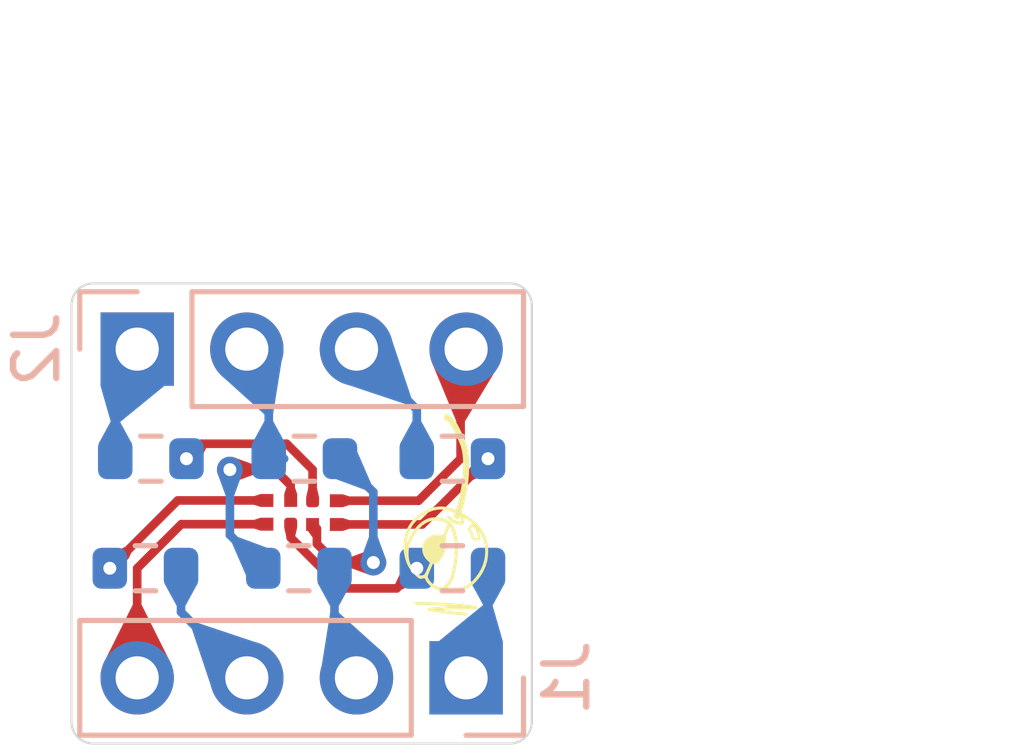
<source format=kicad_pcb>
(kicad_pcb (version 20221018) (generator pcbnew)
  (title_block (title "39D to DIP Breakout Board") (company "Kernelport") (comment 1 "B39D3RGB-F6C0001HOU1930") (comment 2 "LED RGB CHIP SMD"))
  (layers (0 "F.Cu" signal) (31 "B.Cu" signal) (34 "B.Paste" user) (35 "F.Paste" user) (36 "B.SilkS" user "B.Silkscreen") (37 "F.SilkS" user "F.Silkscreen") (38 "B.Mask" user) (39 "F.Mask" user) (44 "Edge.Cuts" user))
  (net 0 "")
  (net 1 "Net-(J1-Pin_1)")
  (net 2 "Net-(J1-Pin_2)")
  (net 3 "Net-(J1-Pin_3)")
  (net 4 "Net-(J2-Pin_1)")
  (net 5 "Net-(J2-Pin_2)")
  (net 6 "Net-(J2-Pin_3)")
  (net 7 "Net-(D1-RA)")
  (net 8 "Net-(D1-GA)")
  (net 9 "Net-(D1-BA)")
  (net 10 "/C1")
  (net 11 "Net-(D2-RA)")
  (net 12 "Net-(D2-GA)")
  (net 13 "Net-(D2-BA)")
  (net 14 "/C2")
  (footprint "Kernelport:B39D3RGB-F6C0001HOU1930_HVK-mini" (layer "F.Cu") (at 121.179 97.262)
    (fp_text reference "D1" hide)
    (fp_text value "LED_RGBK_B39D3RGB-F6C0001HOU1930" hide)
    (pad "1" smd roundrect (at -0.275 -0.275) (size 0.3 0.3) (layers "F.Cu" "F.Paste" "F.Mask") (net 7 "Net-(D1-RA)"))
    (pad "2" smd rect (at -0.275 0.275) (size 0.3 0.3) (layers "F.Cu" "F.Paste" "F.Mask") (net 8 "Net-(D1-GA)"))
    (pad "3" smd rect (at 0.275 0.275) (size 0.3 0.3) (layers "F.Cu" "F.Paste" "F.Mask") (net 9 "Net-(D1-BA)"))
    (pad "4" smd rect (at 0.275 -0.275) (size 0.3 0.3) (layers "F.Cu" "F.Paste" "F.Mask") (net 10 "/C1"))
  )
  (footprint "LOGO" (layer "F.Cu") (at 123.952 97.282)
    (fp_text reference "G***" hide)
    (fp_text value "LOGO" hide)
    (fp_poly (pts (xy -0.418466 2.053677) (xy -0.233111 2.05809) (xy -0.058329 2.065135) (xy 0.10935 2.075062) (xy 0.273398 2.088122) (xy 0.437287 2.104568) (xy 0.604489 2.124648) (xy 0.654283 2.131213) (xy 0.770792 2.146865) (xy 0.767303 2.177822) (xy 0.764104 2.197884) (xy 0.760219 2.211463) (xy 0.758829 2.21377) (xy 0.750967 2.214768) (xy 0.73017 2.215828) (xy 0.697747 2.216921) (xy 0.655007 2.218019) (xy 0.603262 2.219093) (xy 0.543819 2.220115) (xy 0.47799 2.221057) (xy 0.407083 2.221891) (xy 0.363261 2.222322) (xy 0.290001 2.223062) (xy 0.22107 2.223897) (xy 0.157774 2.224804) (xy 0.101418 2.225755) (xy 0.053309 2.226725) (xy 0.014753 2.22769) (xy -0.012946 2.228624) (xy -0.028481 2.229501) (xy -0.031415 2.229986) (xy -0.026952 2.23304) (xy -0.010761 2.237516) (xy 0.014759 2.242994) (xy 0.047211 2.249059) (xy 0.084196 2.255292) (xy 0.123316 2.261278) (xy 0.162171 2.266597) (xy 0.198364 2.270835) (xy 0.210124 2.272) (xy 0.255984 2.276246) (xy 0.304436 2.280671) (xy 0.353321 2.285084) (xy 0.400479 2.289296) (xy 0.443751 2.293114) (xy 0.480978 2.296348) (xy 0.510002 2.298807) (xy 0.528661 2.300301) (xy 0.534609 2.300673) (xy 0.539369 2.30688) (xy 0.541088 2.322417) (xy 0.539577 2.342656) (xy 0.536846 2.355875) (xy 0.527101 2.367843) (xy 0.508945 2.372092) (xy 0.487914 2.368105) (xy 0.479102 2.366796) (xy 0.458113 2.364535) (xy 0.42697 2.361513) (xy 0.387697 2.357922) (xy 0.342316 2.353953) (xy 0.306282 2.350909) (xy 0.242202 2.344974) (xy 0.17643 2.337805) (xy 0.113075 2.32991) (xy 0.056247 2.321797) (xy 0.015171 2.31493) (xy -0.104219 2.29479) (xy -0.218553 2.279108) (xy -0.323828 2.268434) (xy -0.325228 2.268322) (xy -0.38335 2.263689) (xy -0.385772 2.229212) (xy -0.38669 2.208463) (xy -0.384265 2.197754) (xy -0.376447 2.192939) (xy -0.366825 2.190884) (xy -0.33027 2.185228) (xy -0.282558 2.179257) (xy -0.226763 2.173278) (xy -0.165961 2.167598) (xy -0.103227 2.162523) (xy -0.041634 2.158359) (xy -0.039175 2.158212) (xy 0.00353 2.155593) (xy 0.041456 2.153115) (xy 0.072265 2.150941) (xy 0.093619 2.149238) (xy 0.10318 2.148171) (xy 0.103281 2.148144) (xy 0.101323 2.146559) (xy 0.086786 2.144634) (xy 0.061329 2.142443) (xy 0.026614 2.140065) (xy -0.0157 2.137575) (xy -0.063952 2.135049) (xy -0.116481 2.132565) (xy -0.171629 2.130199) (xy -0.227733 2.128026) (xy -0.283135 2.126124) (xy -0.336173 2.124569) (xy -0.385188 2.123438) (xy -0.42852 2.122806) (xy -0.449444 2.122699) (xy -0.49609 2.122409) (xy -0.542099 2.121668) (xy -0.583866 2.120565) (xy -0.617789 2.119191) (xy -0.636418 2.117995) (xy -0.690914 2.113389) (xy -0.690914 2.081274) (xy -0.690914 2.04916)) (fill solid) (layer "F.SilkS"))
    (fp_poly (pts (xy 0.037611 -2.316273) (xy 0.059644 -2.307485) (xy 0.081913 -2.297392) (xy 0.141022 -2.263172) (xy 0.197156 -2.215843) (xy 0.249288 -2.156406) (xy 0.293633 -2.09055) (xy 0.310697 -2.06029) (xy 0.332136 -2.019937) (xy 0.356521 -1.972406) (xy 0.38242 -1.920614) (xy 0.4084 -1.867475) (xy 0.433031 -1.815905) (xy 0.454882 -1.768818) (xy 0.472521 -1.729131) (xy 0.48073 -1.709479) (xy 0.510855 -1.629273) (xy 0.534362 -1.553746) (xy 0.552136 -1.478803) (xy 0.565061 -1.400351) (xy 0.574021 -1.314296) (xy 0.577666 -1.260741) (xy 0.581703 -1.094736) (xy 0.575373 -0.92125) (xy 0.558935 -0.742291) (xy 0.532648 -0.559864) (xy 0.496772 -0.375978) (xy 0.451566 -0.192638) (xy 0.429673 -0.115648) (xy 0.420179 -0.082679) (xy 0.412713 -0.055027) (xy 0.407951 -0.035332) (xy 0.406569 -0.026232) (xy 0.406693 -0.025946) (xy 0.413638 -0.021624) (xy 0.430307 -0.011679) (xy 0.454109 0.002352) (xy 0.47903 0.016938) (xy 0.565107 0.071408) (xy 0.646628 0.131292) (xy 0.721201 0.194566) (xy 0.786432 0.259209) (xy 0.837664 0.320165) (xy 0.900136 0.414762) (xy 0.949733 0.51532) (xy 0.986319 0.621425) (xy 1.009757 0.732662) (xy 1.01991 0.848615) (xy 1.020353 0.876107) (xy 1.014435 0.994527) (xy 0.995704 1.107399) (xy 0.963777 1.216134) (xy 0.91827 1.322146) (xy 0.880192 1.392014) (xy 0.842145 1.450666) (xy 0.797704 1.509667) (xy 0.749151 1.56656) (xy 0.698768 1.618888) (xy 0.648835 1.664197) (xy 0.601633 1.700028) (xy 0.583546 1.711441) (xy 0.534878 1.735659) (xy 0.477693 1.757056) (xy 0.417693 1.773667) (xy 0.383107 1.780456) (xy 0.357826 1.783071) (xy 0.320211 1.784918) (xy 0.272152 1.785994) (xy 0.215539 1.786299) (xy 0.152262 1.785831) (xy 0.084212 1.784589) (xy 0.013279 1.782571) (xy -0.035614 1.780756) (xy -0.088874 1.77787) (xy -0.131349 1.773449) (xy -0.166487 1.766541) (xy -0.197736 1.756191) (xy -0.228547 1.741446) (xy -0.262366 1.72135) (xy -0.271528 1.715486) (xy -0.313759 1.684404) (xy -0.35342 1.648189) (xy -0.388227 1.609492) (xy -0.415894 1.570963) (xy -0.434135 1.535251) (xy -0.438363 1.522024) (xy -0.444444 1.509771) (xy -0.456443 1.503646) (xy -0.476613 1.503335) (xy -0.507203 1.508525) (xy -0.517967 1.510926) (xy -0.540917 1.515106) (xy -0.558108 1.513891) (xy -0.577316 1.50633) (xy -0.584397 1.502803) (xy -0.61206 1.484667) (xy -0.634438 1.465561) (xy -0.380553 1.465561) (xy -0.379205 1.474901) (xy -0.378348 1.478241) (xy -0.360912 1.519476) (xy -0.332162 1.561968) (xy -0.294507 1.603151) (xy -0.250358 1.640462) (xy -0.202124 1.671336) (xy -0.191931 1.676646) (xy -0.139578 1.696766) (xy -0.090408 1.703233) (xy -0.044713 1.696026) (xy -0.024859 1.688076) (xy 0.017719 1.660791) (xy 0.059053 1.621745) (xy 0.097102 1.573398) (xy 0.129823 1.518211) (xy 0.146589 1.481513) (xy 0.154453 1.457927) (xy 0.163923 1.42275) (xy 0.174487 1.378475) (xy 0.185634 1.3276) (xy 0.196851 1.272618) (xy 0.207626 1.216026) (xy 0.217448 1.160318) (xy 0.225805 1.107991) (xy 0.231324 1.068424) (xy 0.24016 0.984569) (xy 0.245716 0.89929) (xy 0.247873 0.816586) (xy 0.24651 0.740459) (xy 0.242852 0.687488) (xy 0.233114 0.609362) (xy 0.219932 0.535664) (xy 0.203864 0.468563) (xy 0.185468 0.410229) (xy 0.165301 0.36283) (xy 0.154471 0.343497) (xy 0.130952 0.305922) (xy 0.082453 0.427576) (xy 0.033954 0.549229) (xy 0.045468 0.590267) (xy 0.056016 0.651755) (xy 0.055676 0.720368) (xy 0.044768 0.794432) (xy 0.023609 0.872276) (xy -0.007483 0.952225) (xy -0.033519 1.005768) (xy -0.065653 1.059141) (xy -0.10073 1.103621) (xy -0.137476 1.138163) (xy -0.174616 1.161722) (xy -0.210875 1.173255) (xy -0.237873 1.173205) (xy -0.262193 1.169258) (xy -0.323769 1.311081) (xy -0.344091 1.358148) (xy -0.359233 1.394126) (xy -0.369824 1.420937) (xy -0.376489 1.440499) (xy -0.379857 1.454734) (xy -0.380553 1.465561) (xy -0.634438 1.465561) (xy -0.645027 1.45652) (xy -0.681328 1.420598) (xy -0.718992 1.379138) (xy -0.756051 1.334377) (xy -0.790532 1.288551) (xy -0.820468 1.243899) (xy -0.836637 1.216412) (xy -0.86925 1.146673) (xy -0.896797 1.066816) (xy -0.918612 0.980271) (xy -0.92876 0.92116) (xy -0.824604 0.92116) (xy -0.822386 0.991638) (xy -0.821052 1.006687) (xy -0.81298 1.066945) (xy -0.801178 1.117279) (xy -0.784305 1.16181) (xy -0.761017 1.204659) (xy -0.751932 1.218776) (xy -0.727564 1.253318) (xy -0.698951 1.290551) (xy -0.668403 1.327776) (xy -0.63823 1.362293) (xy -0.610742 1.391402) (xy -0.588249 1.412401) (xy -0.582159 1.417208) (xy -0.56292 1.430198) (xy -0.547361 1.435949) (xy -0.528585 1.436226) (xy -0.514056 1.434643) (xy -0.483439 1.42784) (xy -0.461772 1.415275) (xy -0.457519 1.411331) (xy -0.4489 1.39908) (xy -0.436009 1.376083) (xy -0.420065 1.344739) (xy -0.402286 1.307447) (xy -0.383891 1.266604) (xy -0.383108 1.264813) (xy -0.363976 1.2207) (xy -0.350119 1.187811) (xy -0.340969 1.164376) (xy -0.335962 1.148624) (xy -0.334529 1.138786) (xy -0.336105 1.133092) (xy -0.339925 1.129881) (xy -0.350703 1.121907) (xy -0.368408 1.10674) (xy -0.389813 1.087183) (xy -0.397506 1.079891) (xy -0.442155 1.02807) (xy -0.476212 0.969276) (xy -0.498854 0.905885) (xy -0.509255 0.840277) (xy -0.506589 0.774828) (xy -0.505587 0.768475) (xy -0.487803 0.703211) (xy -0.458466 0.644698) (xy -0.419019 0.593851) (xy -0.370904 0.551589) (xy -0.315566 0.51883) (xy -0.254448 0.496489) (xy -0.188993 0.485484) (xy -0.120644 0.486734) (xy -0.074789 0.494683) (xy -0.051654 0.49926) (xy -0.034375 0.501018) (xy -0.027434 0.499914) (xy -0.023195 0.491857) (xy -0.014962 0.47336) (xy -0.003719 0.446864) (xy 0.009553 0.414812) (xy 0.023871 0.379646) (xy 0.038253 0.343808) (xy 0.051716 0.30974) (xy 0.063278 0.279885) (xy 0.071956 0.256684) (xy 0.076767 0.242581) (xy 0.07735 0.239444) (xy 0.042256 0.218195) (xy -0.003161 0.198248) (xy -0.054978 0.181006) (xy -0.109271 0.16787) (xy -0.135512 0.163369) (xy -0.209741 0.159584) (xy -0.284618 0.169323) (xy -0.358726 0.192015) (xy -0.430651 0.227089) (xy -0.498977 0.273973) (xy -0.562288 0.332096) (xy -0.567585 0.337744) (xy -0.610809 0.389288) (xy -0.654827 0.450577) (xy -0.697419 0.517858) (xy -0.736366 0.587376) (xy -0.769447 0.655378) (xy -0.794444 0.718107) (xy -0.797018 0.725782) (xy -0.811526 0.783629) (xy -0.820853 0.85029) (xy -0.824604 0.92116) (xy -0.92876 0.92116) (xy -0.934029 0.890468) (xy -0.942382 0.800839) (xy -0.943003 0.714815) (xy -0.942609 0.708721) (xy -0.876107 0.708721) (xy -0.872546 0.712282) (xy -0.868985 0.708721) (xy -0.872546 0.70516) (xy -0.876107 0.708721) (xy -0.942609 0.708721) (xy -0.940767 0.68023) (xy -0.940269 0.676668) (xy -0.8688 0.676668) (xy -0.868199 0.686989) (xy -0.865862 0.688752) (xy -0.860858 0.680657) (xy -0.852256 0.661403) (xy -0.844437 0.642638) (xy -0.803218 0.553024) (xy -0.755318 0.467037) (xy -0.70228 0.386841) (xy -0.645646 0.314601) (xy -0.58696 0.252479) (xy -0.533975 0.207245) (xy -0.480377 0.169638) (xy -0.430075 0.140844) (xy -0.377967 0.11817) (xy -0.341644 0.105731) (xy -0.300036 0.096343) (xy -0.249212 0.090488) (xy -0.193771 0.088221) (xy -0.13831 0.089597) (xy -0.08743 0.094669) (xy -0.049859 0.102297) (xy 0.001561 0.119207) (xy 0.050792 0.140331) (xy 0.095328 0.164215) (xy 0.132662 0.189405) (xy 0.160288 0.214448) (xy 0.172668 0.231401) (xy 0.180582 0.245115) (xy 0.193505 0.266779) (xy 0.208951 0.292232) (xy 0.212597 0.298183) (xy 0.24406 0.360005) (xy 0.27028 0.433586) (xy 0.29109 0.517375) (xy 0.306326 0.609821) (xy 0.315821 0.709373) (xy 0.319409 0.81448) (xy 0.316924 0.92359) (xy 0.308201 1.035153) (xy 0.299199 1.107599) (xy 0.289983 1.167639) (xy 0.279255 1.229977) (xy 0.267542 1.292091) (xy 0.255373 1.351457) (xy 0.243276 1.405554) (xy 0.23178 1.451857) (xy 0.221412 1.487845) (xy 0.216765 1.501319) (xy 0.196534 1.546678) (xy 0.169786 1.594811) (xy 0.139831 1.640272) (xy 0.10998 1.677615) (xy 0.108762 1.678942) (xy 0.093531 1.696593) (xy 0.087883 1.706868) (xy 0.090772 1.711876) (xy 0.092155 1.712391) (xy 0.102486 1.713338) (xy 0.124664 1.713934) (xy 0.156294 1.714164) (xy 0.194979 1.71401) (xy 0.238326 1.713458) (xy 0.242176 1.713392) (xy 0.293727 1.712257) (xy 0.333788 1.710726) (xy 0.365117 1.708544) (xy 0.390468 1.705453) (xy 0.412597 1.701196) (xy 0.434261 1.695516) (xy 0.434442 1.695464) (xy 0.497244 1.672686) (xy 0.555962 1.641439) (xy 0.612489 1.60036) (xy 0.668716 1.548084) (xy 0.722967 1.487542) (xy 0.794847 1.391206) (xy 0.853171 1.290584) (xy 0.898048 1.185427) (xy 0.929584 1.075484) (xy 0.947572 0.963614) (xy 0.951222 0.863722) (xy 0.942571 0.761189) (xy 0.922278 0.659209) (xy 0.891001 0.560976) (xy 0.849402 0.469682) (xy 0.84335 0.458635) (xy 0.827932 0.432235) (xy 0.81832 0.418668) (xy 0.814366 0.417824) (xy 0.815918 0.429595) (xy 0.818903 0.44084) (xy 0.82262 0.45801) (xy 0.827087 0.484888) (xy 0.831599 0.517012) (xy 0.833794 0.534873) (xy 0.837849 0.572309) (xy 0.838414 0.597891) (xy 0.833468 0.613875) (xy 0.820994 0.622518) (xy 0.798973 0.626075) (xy 0.765386 0.626804) (xy 0.751547 0.626808) (xy 0.717146 0.626436) (xy 0.693669 0.624965) (xy 0.677802 0.621862) (xy 0.666236 0.616594) (xy 0.659822 0.612046) (xy 0.646932 0.599384) (xy 0.641086 0.588661) (xy 0.641055 0.588106) (xy 0.638712 0.575525) (xy 0.632527 0.553472) (xy 0.623766 0.525774) (xy 0.613693 0.496257) (xy 0.603574 0.468748) (xy 0.594674 0.447073) (xy 0.593766 0.445085) (xy 0.581134 0.420847) (xy 0.566981 0.397722) (xy 0.564484 0.394126) (xy 0.553882 0.375) (xy 0.548749 0.357224) (xy 0.548656 0.355041) (xy 0.550365 0.34941) (xy 0.613153 0.34941) (xy 0.637094 0.397293) (xy 0.651685 0.429024) (xy 0.667022 0.466385) (xy 0.679811 0.501345) (xy 0.679926 0.501689) (xy 0.689029 0.528362) (xy 0.696691 0.549801) (xy 0.701621 0.562425) (xy 0.702409 0.564014) (xy 0.711014 0.567339) (xy 0.729051 0.569442) (xy 0.742178 0.569826) (xy 0.778356 0.569826) (xy 0.773713 0.524509) (xy 0.766475 0.480026) (xy 0.754738 0.43731) (xy 0.740066 0.401655) (xy 0.734484 0.391755) (xy 0.720038 0.370843) (xy 0.702628 0.34884) (xy 0.684946 0.328766) (xy 0.669679 0.313642) (xy 0.659519 0.30649) (xy 0.65838 0.306281) (xy 0.648405 0.311327) (xy 0.634815 0.32385) (xy 0.631299 0.327846) (xy 0.613153 0.34941) (xy 0.550365 0.34941) (xy 0.554179 0.336845) (xy 0.568381 0.313876) (xy 0.588237 0.289481) (xy 0.61072 0.267006) (xy 0.632804 0.249798) (xy 0.651463 0.241202) (xy 0.651642 0.241167) (xy 0.65573 0.238146) (xy 0.652017 0.231171) (xy 0.639345 0.219003) (xy 0.616558 0.200405) (xy 0.605344 0.191657) (xy 0.570149 0.164846) (xy 0.537705 0.140947) (xy 0.509948 0.121316) (xy 0.488811 0.107308) (xy 0.476228 0.10028) (xy 0.474166 0.099719) (xy 0.471996 0.106182) (xy 0.470523 0.122935) (xy 0.470107 0.141163) (xy 0.468035 0.172437) (xy 0.462771 0.205075) (xy 0.459269 0.219101) (xy 0.452322 0.240362) (xy 0.445099 0.251796) (xy 0.433551 0.257309) (xy 0.416489 0.260385) (xy 0.36769 0.262019) (xy 0.312906 0.254168) (xy 0.25589 0.237746) (xy 0.200393 0.213669) (xy 0.180893 0.202943) (xy 0.159311 0.188174) (xy 0.132818 0.167016) (xy 0.106297 0.143426) (xy 0.099832 0.13722) (xy 0.053421 0.091803) (xy 0.078351 0.071023) (xy 0.094685 0.058466) (xy 0.106887 0.050966) (xy 0.10976 0.050051) (xy 0.117621 0.054568) (xy 0.132711 0.066726) (xy 0.152134 0.084151) (xy 0.157519 0.089234) (xy 0.200383 0.123745) (xy 0.248977 0.152274) (xy 0.29907 0.172738) (xy 0.346431 0.183051) (xy 0.348343 0.183235) (xy 0.372042 0.185049) (xy 0.385291 0.184221) (xy 0.391815 0.179548) (xy 0.395335 0.169829) (xy 0.39582 0.167917) (xy 0.398393 0.145098) (xy 0.396995 0.118585) (xy 0.392366 0.093862) (xy 0.385246 0.076413) (xy 0.383114 0.07378) (xy 0.376819 0.069704) (xy 0.371362 0.073544) (xy 0.364971 0.087487) (xy 0.359479 0.103005) (xy 0.351421 0.124132) (xy 0.344283 0.138449) (xy 0.34047 0.142456) (xy 0.331822 0.139959) (xy 0.313169 0.13325) (xy 0.287698 0.123501) (xy 0.271239 0.116988) (xy 0.207606 0.091519) (xy 0.224891 0.045597) (xy 0.233634 0.02102) (xy 0.23985 0.000969) (xy 0.242176 -0.01009) (xy 0.23567 -0.016343) (xy 0.21779 -0.025178) (xy 0.190994 -0.035764) (xy 0.15774 -0.047273) (xy 0.120485 -0.058876) (xy 0.081687 -0.069743) (xy 0.043803 -0.079045) (xy 0.027281 -0.082586) (xy -0.030349 -0.089939) (xy -0.095195 -0.090989) (xy -0.161809 -0.085957) (xy -0.224744 -0.075063) (xy -0.237791 -0.071839) (xy -0.321241 -0.043838) (xy -0.406018 -0.004144) (xy -0.489268 0.045318) (xy -0.568135 0.102623) (xy -0.639766 0.165846) (xy -0.701305 0.233063) (xy -0.714046 0.249299) (xy -0.748177 0.300535) (xy -0.780285 0.360552) (xy -0.809179 0.426059) (xy -0.833668 0.493769) (xy -0.852561 0.560392) (xy -0.864668 0.622641) (xy -0.8688 0.676668) (xy -0.940269 0.676668) (xy -0.924217 0.561765) (xy -0.896281 0.451779) (xy -0.856787 0.349965) (xy -0.805566 0.256021) (xy -0.742447 0.16964) (xy -0.667259 0.090519) (xy -0.579833 0.018352) (xy -0.564263 0.007122) (xy -0.466385 -0.055155) (xy -0.368606 -0.103289) (xy -0.270648 -0.137378) (xy -0.172233 -0.15752) (xy -0.077424 -0.163825) (xy -0.026766 -0.162082) (xy 0.022984 -0.156403) (xy 0.075409 -0.146113) (xy 0.134093 -0.13054) (xy 0.187381 -0.11401) (xy 0.27148 -0.086683) (xy 0.278719 -0.105666) (xy 0.288074 -0.133261) (xy 0.299606 -0.172097) (xy 0.312619 -0.219462) (xy 0.326417 -0.272644) (xy 0.340306 -0.328931) (xy 0.353589 -0.385611) (xy 0.365572 -0.439972) (xy 0.37036 -0.462984) (xy 0.402972 -0.646905) (xy 0.425479 -0.82792) (xy 0.437694 -1.004001) (xy 0.439432 -1.173122) (xy 0.438474 -1.206843) (xy 0.434753 -1.28307) (xy 0.428848 -1.352014) (xy 0.420112 -1.415957) (xy 0.407893 -1.477184) (xy 0.391542 -1.537975) (xy 0.370409 -1.600614) (xy 0.343845 -1.667384) (xy 0.311199 -1.740566) (xy 0.271822 -1.822445) (xy 0.251792 -1.86262) (xy 0.216089 -1.932148) (xy 0.184627 -1.98983) (xy 0.156354 -2.037046) (xy 0.130219 -2.075175) (xy 0.10517 -2.105597) (xy 0.080154 -2.129691) (xy 0.054119 -2.148837) (xy 0.026015 -2.164414) (xy 0.019299 -2.167569) (xy -0.001202 -2.178193) (xy -0.010657 -2.187183) (xy -0.01165 -2.197035) (xy -0.011571 -2.197392) (xy -0.008543 -2.210981) (xy -0.003494 -2.233957) (xy 0.002581 -2.261789) (xy 0.003731 -2.267076) (xy 0.009777 -2.294243) (xy 0.015535 -2.310759) (xy 0.02386 -2.317733)) (fill solid) (layer "F.SilkS"))
  )
  (footprint "Kernelport:B39D3RGB-F6C0001HOU1930_HVK-mini" (layer "F.Cu") (at 120.121 97.255 180)
    (fp_text reference "D2" hide)
    (fp_text value "LED_RGBK_B39D3RGB-F6C0001HOU1930" hide)
    (pad "1" smd roundrect (at -0.275 -0.275 180) (size 0.3 0.3) (layers "F.Cu" "F.Paste" "F.Mask") (net 11 "Net-(D2-RA)"))
    (pad "2" smd rect (at -0.275 0.275 180) (size 0.3 0.3) (layers "F.Cu" "F.Paste" "F.Mask") (net 12 "Net-(D2-GA)"))
    (pad "3" smd rect (at 0.275 0.275 180) (size 0.3 0.3) (layers "F.Cu" "F.Paste" "F.Mask") (net 13 "Net-(D2-BA)"))
    (pad "4" smd rect (at 0.275 -0.275 180) (size 0.3 0.3) (layers "F.Cu" "F.Paste" "F.Mask") (net 14 "/C2"))
  )
  (footprint "Resistor_SMD:R_0603_1608Metric" (layer "B.Cu") (at 117.157 96.012)
    (fp_text reference "R3" hide)
    (fp_text value "R" hide)
    (fp_line (start -0.237258 -0.5225) (end 0.237258 -0.5225) (stroke (width 0.12)) (layer "B.SilkS"))
    (fp_line (start -0.237258 0.5225) (end 0.237258 0.5225) (stroke (width 0.12)) (layer "B.SilkS"))
    (pad "1" smd roundrect (at -0.825 0) (size 0.8 0.95) (layers "B.Cu" "B.Paste" "B.Mask") (net 4 "Net-(J2-Pin_1)"))
    (pad "2" smd roundrect (at 0.825 0) (size 0.8 0.95) (layers "B.Cu" "B.Paste" "B.Mask") (net 7 "Net-(D1-RA)"))
  )
  (footprint "Resistor_SMD:R_0603_1608Metric" (layer "B.Cu") (at 120.713 96.012)
    (fp_text reference "R2" hide)
    (fp_text value "R" hide)
    (fp_line (start -0.237258 -0.5225) (end 0.237258 -0.5225) (stroke (width 0.12)) (layer "B.SilkS"))
    (fp_line (start -0.237258 0.5225) (end 0.237258 0.5225) (stroke (width 0.12)) (layer "B.SilkS"))
    (pad "1" smd roundrect (at -0.825 0) (size 0.8 0.95) (layers "B.Cu" "B.Paste" "B.Mask") (net 5 "Net-(J2-Pin_2)"))
    (pad "2" smd roundrect (at 0.825 0) (size 0.8 0.95) (layers "B.Cu" "B.Paste" "B.Mask") (net 8 "Net-(D1-GA)"))
  )
  (footprint "Resistor_SMD:R_0603_1608Metric" (layer "B.Cu") (at 124.143 98.552 180)
    (fp_text reference "R4" hide)
    (fp_text value "R" hide)
    (fp_line (start -0.237258 -0.5225) (end 0.237258 -0.5225) (stroke (width 0.12)) (layer "B.SilkS"))
    (fp_line (start -0.237258 0.5225) (end 0.237258 0.5225) (stroke (width 0.12)) (layer "B.SilkS"))
    (pad "1" smd roundrect (at -0.825 0 180) (size 0.8 0.95) (layers "B.Cu" "B.Paste" "B.Mask") (net 1 "Net-(J1-Pin_1)"))
    (pad "2" smd roundrect (at 0.825 0 180) (size 0.8 0.95) (layers "B.Cu" "B.Paste" "B.Mask") (net 11 "Net-(D2-RA)"))
  )
  (footprint "Connector_PinHeader_2.54mm:PinHeader_1x04_P2.54mm_Vertical" (layer "B.Cu") (at 116.84 93.472 -90)
    (fp_text reference "J2" (at 0 2.33 90) (layer "B.SilkS") (effects (justify mirror)))
    (fp_text value "Conn_01x04" hide)
    (fp_line (start -1.33 -8.95) (end 1.33 -8.95) (stroke (width 0.12)) (layer "B.SilkS"))
    (fp_line (start -1.33 -1.27) (end -1.33 -8.95) (stroke (width 0.12)) (layer "B.SilkS"))
    (fp_line (start -1.33 -1.27) (end 1.33 -1.27) (stroke (width 0.12)) (layer "B.SilkS"))
    (fp_line (start -1.33 0) (end -1.33 1.33) (stroke (width 0.12)) (layer "B.SilkS"))
    (fp_line (start -1.33 1.33) (end 0 1.33) (stroke (width 0.12)) (layer "B.SilkS"))
    (fp_line (start 1.33 -1.27) (end 1.33 -8.95) (stroke (width 0.12)) (layer "B.SilkS"))
    (pad "1" thru_hole rect (at 0 0 270) (size 1.7 1.7) (drill 1) (layers "*.Cu" "*.Mask") (net 4 "Net-(J2-Pin_1)"))
    (pad "2" thru_hole oval (at 0 -2.54 270) (size 1.7 1.7) (drill 1) (layers "*.Cu" "*.Mask") (net 5 "Net-(J2-Pin_2)"))
    (pad "3" thru_hole oval (at 0 -5.08 270) (size 1.7 1.7) (drill 1) (layers "*.Cu" "*.Mask") (net 6 "Net-(J2-Pin_3)"))
    (pad "4" thru_hole oval (at 0 -7.62 270) (size 1.7 1.7) (drill 1) (layers "*.Cu" "*.Mask") (net 10 "/C1"))
  )
  (footprint "Resistor_SMD:R_0603_1608Metric" (layer "B.Cu") (at 124.143 96.012)
    (fp_text reference "R1" hide)
    (fp_text value "R" hide)
    (fp_line (start -0.237258 -0.5225) (end 0.237258 -0.5225) (stroke (width 0.12)) (layer "B.SilkS"))
    (fp_line (start -0.237258 0.5225) (end 0.237258 0.5225) (stroke (width 0.12)) (layer "B.SilkS"))
    (pad "1" smd roundrect (at -0.825 0) (size 0.8 0.95) (layers "B.Cu" "B.Paste" "B.Mask") (net 6 "Net-(J2-Pin_3)"))
    (pad "2" smd roundrect (at 0.825 0) (size 0.8 0.95) (layers "B.Cu" "B.Paste" "B.Mask") (net 9 "Net-(D1-BA)"))
  )
  (footprint "Connector_PinHeader_2.54mm:PinHeader_1x04_P2.54mm_Vertical" (layer "B.Cu") (at 124.46 101.092 90)
    (fp_text reference "J1" (at 0 2.33 90) (layer "B.SilkS") (effects (justify mirror)))
    (fp_text value "Conn_01x04" hide)
    (fp_line (start -1.33 -8.95) (end 1.33 -8.95) (stroke (width 0.12)) (layer "B.SilkS"))
    (fp_line (start -1.33 -1.27) (end -1.33 -8.95) (stroke (width 0.12)) (layer "B.SilkS"))
    (fp_line (start -1.33 -1.27) (end 1.33 -1.27) (stroke (width 0.12)) (layer "B.SilkS"))
    (fp_line (start -1.33 0) (end -1.33 1.33) (stroke (width 0.12)) (layer "B.SilkS"))
    (fp_line (start -1.33 1.33) (end 0 1.33) (stroke (width 0.12)) (layer "B.SilkS"))
    (fp_line (start 1.33 -1.27) (end 1.33 -8.95) (stroke (width 0.12)) (layer "B.SilkS"))
    (pad "1" thru_hole rect (at 0 0 90) (size 1.7 1.7) (drill 1) (layers "*.Cu" "*.Mask") (net 1 "Net-(J1-Pin_1)"))
    (pad "2" thru_hole oval (at 0 -2.54 90) (size 1.7 1.7) (drill 1) (layers "*.Cu" "*.Mask") (net 2 "Net-(J1-Pin_2)"))
    (pad "3" thru_hole oval (at 0 -5.08 90) (size 1.7 1.7) (drill 1) (layers "*.Cu" "*.Mask") (net 3 "Net-(J1-Pin_3)"))
    (pad "4" thru_hole oval (at 0 -7.62 90) (size 1.7 1.7) (drill 1) (layers "*.Cu" "*.Mask") (net 14 "/C2"))
  )
  (footprint "Resistor_SMD:R_0603_1608Metric" (layer "B.Cu") (at 117.031 98.552 180)
    (fp_text reference "R6" hide)
    (fp_text value "R" hide)
    (fp_line (start -0.237258 -0.5225) (end 0.237258 -0.5225) (stroke (width 0.12)) (layer "B.SilkS"))
    (fp_line (start -0.237258 0.5225) (end 0.237258 0.5225) (stroke (width 0.12)) (layer "B.SilkS"))
    (pad "1" smd roundrect (at -0.825 0 180) (size 0.8 0.95) (layers "B.Cu" "B.Paste" "B.Mask") (net 3 "Net-(J1-Pin_3)"))
    (pad "2" smd roundrect (at 0.825 0 180) (size 0.8 0.95) (layers "B.Cu" "B.Paste" "B.Mask") (net 13 "Net-(D2-BA)"))
  )
  (footprint "Resistor_SMD:R_0603_1608Metric" (layer "B.Cu") (at 120.586 98.552 180)
    (fp_text reference "R5" hide)
    (fp_text value "R" hide)
    (fp_line (start -0.237258 -0.5225) (end 0.237258 -0.5225) (stroke (width 0.12)) (layer "B.SilkS"))
    (fp_line (start -0.237258 0.5225) (end 0.237258 0.5225) (stroke (width 0.12)) (layer "B.SilkS"))
    (pad "1" smd roundrect (at -0.825 0 180) (size 0.8 0.95) (layers "B.Cu" "B.Paste" "B.Mask") (net 2 "Net-(J1-Pin_2)"))
    (pad "2" smd roundrect (at 0.825 0 180) (size 0.8 0.95) (layers "B.Cu" "B.Paste" "B.Mask") (net 12 "Net-(D2-GA)"))
  )
  (gr_arc (start 115.824 102.616) (mid 115.46479 102.46721) (end 115.316 102.108) (stroke (width 0.05)) (layer "Edge.Cuts"))
  (gr_arc (start 125.476 91.948) (mid 125.83521 92.09679) (end 125.984 92.456) (stroke (width 0.05)) (layer "Edge.Cuts"))
  (gr_line (start 115.316 102.108) (end 115.316 92.456) (stroke (width 0.05)) (layer "Edge.Cuts"))
  (gr_arc (start 115.316 92.456) (mid 115.46479 92.09679) (end 115.824 91.948) (stroke (width 0.05)) (layer "Edge.Cuts"))
  (gr_line (start 115.824 102.616) (end 125.476 102.616) (stroke (width 0.05)) (layer "Edge.Cuts"))
  (gr_line (start 125.984 92.456) (end 125.984 102.108) (stroke (width 0.05)) (layer "Edge.Cuts"))
  (gr_line (start 115.824 91.948) (end 125.476 91.948) (stroke (width 0.05)) (layer "Edge.Cuts"))
  (gr_arc (start 125.984 102.108) (mid 125.83521 102.46721) (end 125.476 102.616) (stroke (width 0.05)) (layer "Edge.Cuts"))
  (segment (start 124.968 100.584) (end 124.46 101.092) (width 0.2) (layer "B.Cu") (net 1))
  (segment (start 124.968 98.552) (end 124.968 100.584) (width 0.2) (layer "B.Cu") (net 1))
  (segment (start 121.411 98.552) (end 121.411 100.583) (width 0.2) (layer "B.Cu") (net 2))
  (segment (start 121.411 100.583) (end 121.92 101.092) (width 0.2) (layer "B.Cu") (net 2))
  (segment (start 117.856 98.552) (end 117.856 99.568) (width 0.2) (layer "B.Cu") (net 3))
  (segment (start 117.856 99.568) (end 119.38 101.092) (width 0.2) (layer "B.Cu") (net 3))
  (segment (start 116.332 96.012) (end 116.332 93.98) (width 0.2) (layer "B.Cu") (net 4))
  (segment (start 116.332 93.98) (end 116.84 93.472) (width 0.2) (layer "B.Cu") (net 4))
  (segment (start 119.888 96.012) (end 119.888 93.98) (width 0.2) (layer "B.Cu") (net 5))
  (segment (start 119.888 96.012) (end 120.244195 96.012) (width 0.2) (layer "B.Cu") (net 5))
  (segment (start 119.888 93.98) (end 119.38 93.472) (width 0.2) (layer "B.Cu") (net 5))
  (segment (start 123.318 94.87) (end 121.92 93.472) (width 0.2) (layer "B.Cu") (net 6))
  (segment (start 123.318 96.012) (end 123.318 94.87) (width 0.2) (layer "B.Cu") (net 6))
  (segment (start 120.904 96.944) (end 120.904 96.266) (width 0.2) (layer "F.Cu") (net 7))
  (segment (start 118.328772 95.665228) (end 117.982 96.012) (width 0.2) (layer "F.Cu") (net 7))
  (segment (start 120.904 96.266) (end 120.303228 95.665228) (width 0.2) (layer "F.Cu") (net 7))
  (segment (start 120.862 96.986) (end 120.904 96.944) (width 0.2) (layer "F.Cu") (net 7))
  (segment (start 120.303228 95.665228) (end 118.328772 95.665228) (width 0.2) (layer "F.Cu") (net 7))
  (via (at 117.982 96.012) (size 0.6) (drill 0.3) (layers "F.Cu" "B.Cu") (net 7))
  (segment (start 121.004 97.986) (end 121.004 97.636) (width 0.2) (layer "F.Cu") (net 8))
  (segment (start 121.436556 98.418556) (end 121.004 97.986) (width 0.2) (layer "F.Cu") (net 8))
  (segment (start 121.004 97.636) (end 120.904 97.536) (width 0.2) (layer "F.Cu") (net 8))
  (segment (start 122.311 98.418556) (end 121.436556 98.418556) (width 0.2) (layer "F.Cu") (net 8))
  (via (at 122.311 98.418556) (size 0.6) (drill 0.3) (layers "F.Cu" "B.Cu") (net 8))
  (segment (start 122.311 96.785) (end 122.311 98.418556) (width 0.2) (layer "B.Cu") (net 8))
  (segment (start 121.538 96.012) (end 122.311 96.785) (width 0.2) (layer "B.Cu") (net 8))
  (segment (start 123.443992 97.536) (end 124.967996 96.011996) (width 0.2) (layer "F.Cu") (net 9))
  (segment (start 121.454 97.536) (end 123.443992 97.536) (width 0.2) (layer "F.Cu") (net 9))
  (via (at 124.967996 96.011996) (size 0.6) (drill 0.3) (layers "F.Cu" "B.Cu") (net 9))
  (segment (start 124.333 93.599) (end 124.46 93.472) (width 0.2) (layer "F.Cu") (net 10))
  (segment (start 123.359 96.986) (end 124.333 96.012) (width 0.2) (layer "F.Cu") (net 10))
  (segment (start 124.333 96.012) (end 124.333 93.599) (width 0.2) (layer "F.Cu") (net 10))
  (segment (start 121.454 96.986) (end 123.359 96.986) (width 0.2) (layer "F.Cu") (net 10))
  (segment (start 120.396 97.53) (end 120.396 97.840448) (width 0.2) (layer "F.Cu") (net 11))
  (segment (start 121.574108 99.018556) (end 122.851444 99.018556) (width 0.2) (layer "F.Cu") (net 11))
  (segment (start 122.851444 99.018556) (end 123.318 98.552) (width 0.2) (layer "F.Cu") (net 11))
  (segment (start 120.396 97.840448) (end 121.574108 99.018556) (width 0.2) (layer "F.Cu") (net 11))
  (via (at 123.318 98.552) (size 0.6) (drill 0.3) (layers "F.Cu" "B.Cu") (net 11))
  (segment (start 120.396 96.63) (end 120.396 96.98) (width 0.2) (layer "F.Cu") (net 12))
  (segment (start 118.988 96.265228) (end 120.031228 96.265228) (width 0.2) (layer "F.Cu") (net 12))
  (segment (start 120.031228 96.265228) (end 120.396 96.63) (width 0.2) (layer "F.Cu") (net 12))
  (via (at 118.988 96.265228) (size 0.6) (drill 0.3) (layers "F.Cu" "B.Cu") (net 12))
  (segment (start 118.988 97.779) (end 118.988 96.265228) (width 0.2) (layer "B.Cu") (net 12))
  (segment (start 119.761 98.552) (end 118.988 97.779) (width 0.2) (layer "B.Cu") (net 12))
  (segment (start 119.846 96.98) (end 117.778 96.98) (width 0.2) (layer "F.Cu") (net 13))
  (segment (start 117.778 96.98) (end 116.206 98.552) (width 0.2) (layer "F.Cu") (net 13))
  (via (at 116.206 98.552) (size 0.6) (drill 0.3) (layers "F.Cu" "B.Cu") (net 13))
  (segment (start 117.862 97.53) (end 116.84 98.552) (width 0.2) (layer "F.Cu") (net 14))
  (segment (start 116.84 98.552) (end 116.84 101.092) (width 0.2) (layer "F.Cu") (net 14))
  (segment (start 119.846 97.53) (end 117.862 97.53) (width 0.2) (layer "F.Cu") (net 14))
)
</source>
